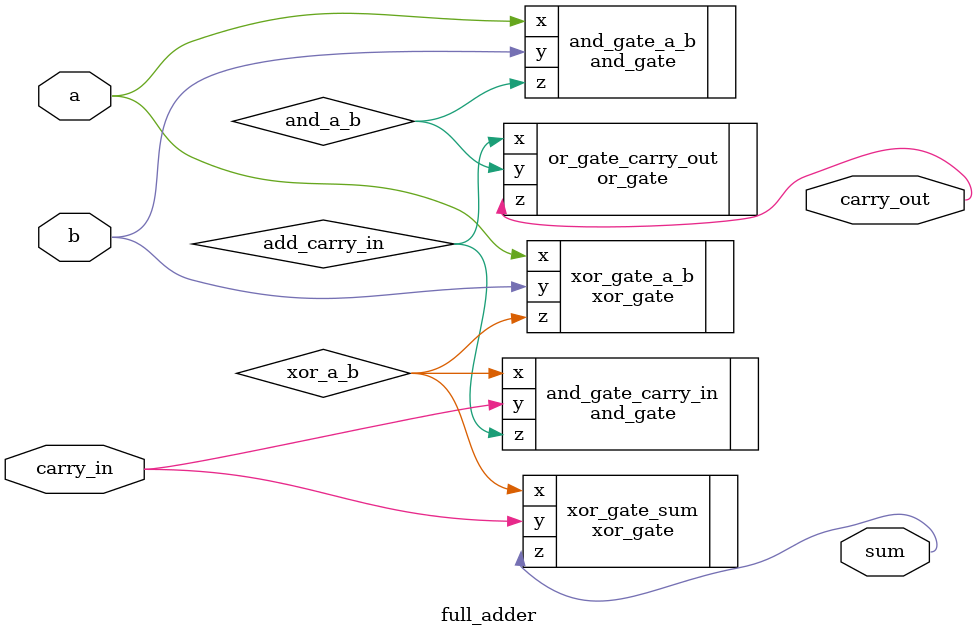
<source format=v>
`include "../lib/xor_gate.v"
`include "../lib/and_gate.v"
`include "../lib/or_gate.v"

module full_adder(a, b, carry_in, carry_out, sum);

    input a, b, carry_in;
    output carry_out, sum;

    wire xor_a_b;
    wire and_a_b, and_carry_in;

    xor_gate xor_gate_a_b(.x(a), .y(b), .z(xor_a_b));
    xor_gate xor_gate_sum(.x(xor_a_b), .y(carry_in), .z(sum));
    
    and_gate and_gate_a_b(.x(a), .y(b), .z(and_a_b));
    and_gate and_gate_carry_in(.x(xor_a_b), .y(carry_in), .z(add_carry_in));
    or_gate or_gate_carry_out(.x(add_carry_in), .y(and_a_b), .z(carry_out));

endmodule

</source>
